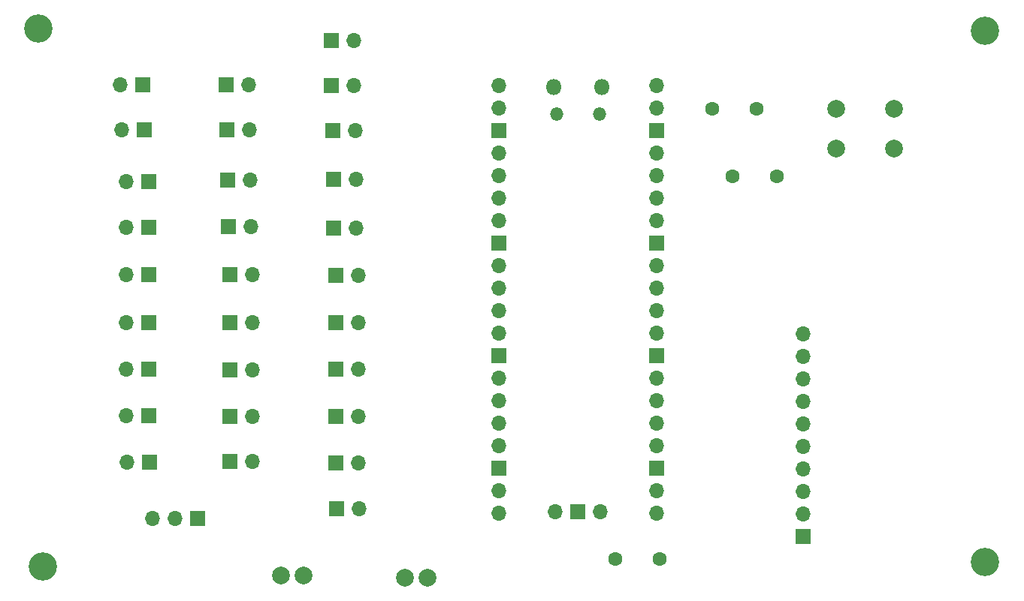
<source format=gbr>
%TF.GenerationSoftware,KiCad,Pcbnew,(6.0.7)*%
%TF.CreationDate,2022-09-20T14:40:13-04:00*%
%TF.ProjectId,RPi Pico Core,52506920-5069-4636-9f20-436f72652e6b,rev?*%
%TF.SameCoordinates,Original*%
%TF.FileFunction,Soldermask,Bot*%
%TF.FilePolarity,Negative*%
%FSLAX46Y46*%
G04 Gerber Fmt 4.6, Leading zero omitted, Abs format (unit mm)*
G04 Created by KiCad (PCBNEW (6.0.7)) date 2022-09-20 14:40:13*
%MOMM*%
%LPD*%
G01*
G04 APERTURE LIST*
%ADD10C,2.000000*%
%ADD11C,3.200000*%
%ADD12O,1.800000X1.800000*%
%ADD13O,1.500000X1.500000*%
%ADD14O,1.700000X1.700000*%
%ADD15R,1.700000X1.700000*%
%ADD16C,1.600000*%
G04 APERTURE END LIST*
D10*
%TO.C,TP2*%
X141593000Y-128210000D03*
X139053000Y-128210000D03*
%TD*%
%TO.C,TP1*%
X125083000Y-127956000D03*
X127623000Y-127956000D03*
%TD*%
D11*
%TO.C,H4*%
X97778000Y-66234000D03*
%TD*%
%TO.C,H3*%
X204458000Y-66488000D03*
%TD*%
%TO.C,H2*%
X204458000Y-126432000D03*
%TD*%
%TO.C,H1*%
X98286000Y-126940000D03*
%TD*%
D12*
%TO.C,U1*%
X155832081Y-72810000D03*
D13*
X156132081Y-75840000D03*
D12*
X161282081Y-72810000D03*
D13*
X160982081Y-75840000D03*
D14*
X149667081Y-72680000D03*
X149667081Y-75220000D03*
D15*
X149667081Y-77760000D03*
D14*
X149667081Y-80300000D03*
X149667081Y-82840000D03*
X149667081Y-85380000D03*
X149667081Y-87920000D03*
D15*
X149667081Y-90460000D03*
D14*
X149667081Y-93000000D03*
X149667081Y-95540000D03*
X149667081Y-98080000D03*
X149667081Y-100620000D03*
D15*
X149667081Y-103160000D03*
D14*
X149667081Y-105700000D03*
X149667081Y-108240000D03*
X149667081Y-110780000D03*
X149667081Y-113320000D03*
D15*
X149667081Y-115860000D03*
D14*
X149667081Y-118400000D03*
X149667081Y-120940000D03*
X167447081Y-120940000D03*
X167447081Y-118400000D03*
D15*
X167447081Y-115860000D03*
D14*
X167447081Y-113320000D03*
X167447081Y-110780000D03*
X167447081Y-108240000D03*
X167447081Y-105700000D03*
D15*
X167447081Y-103160000D03*
D14*
X167447081Y-100620000D03*
X167447081Y-98080000D03*
X167447081Y-95540000D03*
X167447081Y-93000000D03*
D15*
X167447081Y-90460000D03*
D14*
X167447081Y-87920000D03*
X167447081Y-85380000D03*
X167447081Y-82840000D03*
X167447081Y-80300000D03*
D15*
X167447081Y-77760000D03*
D14*
X167447081Y-75220000D03*
X167447081Y-72680000D03*
X156017081Y-120710000D03*
D15*
X158557081Y-120710000D03*
D14*
X161097081Y-120710000D03*
%TD*%
D15*
%TO.C,R23*%
X119192081Y-88580000D03*
D14*
X121732081Y-88580000D03*
%TD*%
D15*
%TO.C,R37*%
X131317081Y-115255000D03*
D14*
X133857081Y-115255000D03*
%TD*%
D15*
%TO.C,R25*%
X119307081Y-99390000D03*
D14*
X121847081Y-99390000D03*
%TD*%
D15*
%TO.C,R17*%
X110232081Y-109880000D03*
D14*
X107692081Y-109880000D03*
%TD*%
D15*
%TO.C,R12*%
X110227081Y-83470000D03*
D14*
X107687081Y-83470000D03*
%TD*%
D15*
%TO.C,R13*%
X110157081Y-88650000D03*
D14*
X107617081Y-88650000D03*
%TD*%
D15*
%TO.C,R18*%
X110267081Y-115130000D03*
D14*
X107727081Y-115130000D03*
%TD*%
D15*
%TO.C,R34*%
X131267081Y-99405000D03*
D14*
X133807081Y-99405000D03*
%TD*%
D15*
%TO.C,R15*%
X110157081Y-99390000D03*
D14*
X107617081Y-99390000D03*
%TD*%
D15*
%TO.C,R38*%
X131347081Y-120415000D03*
D14*
X133887081Y-120415000D03*
%TD*%
D15*
%TO.C,R33*%
X131297081Y-94095000D03*
D14*
X133837081Y-94095000D03*
%TD*%
D10*
%TO.C,SW1*%
X194163081Y-79807000D03*
X187663081Y-79807000D03*
X194163081Y-75307000D03*
X187663081Y-75307000D03*
%TD*%
D16*
%TO.C,C3*%
X178681081Y-75271000D03*
X173681081Y-75271000D03*
%TD*%
D15*
%TO.C,R29*%
X130797081Y-72675000D03*
D14*
X133337081Y-72675000D03*
%TD*%
D15*
%TO.C,R10*%
X109497081Y-72540000D03*
D14*
X106957081Y-72540000D03*
%TD*%
D16*
%TO.C,C2*%
X180967081Y-82891000D03*
X175967081Y-82891000D03*
%TD*%
D15*
%TO.C,R24*%
X119347081Y-93980000D03*
D14*
X121887081Y-93980000D03*
%TD*%
D15*
%TO.C,R28*%
X119347081Y-115080000D03*
D14*
X121887081Y-115080000D03*
%TD*%
D16*
%TO.C,C1*%
X162759081Y-126071000D03*
X167759081Y-126071000D03*
%TD*%
D15*
%TO.C,J2*%
X115714081Y-121499000D03*
D14*
X113174081Y-121499000D03*
X110634081Y-121499000D03*
%TD*%
D15*
%TO.C,J1*%
X183957081Y-123570000D03*
D14*
X183957081Y-121030000D03*
X183957081Y-118490000D03*
X183957081Y-115950000D03*
X183957081Y-113410000D03*
X183957081Y-110870000D03*
X183957081Y-108330000D03*
X183957081Y-105790000D03*
X183957081Y-103250000D03*
X183957081Y-100710000D03*
%TD*%
D15*
%TO.C,R16*%
X110197081Y-104660000D03*
D14*
X107657081Y-104660000D03*
%TD*%
D15*
%TO.C,R11*%
X109727081Y-77640000D03*
D14*
X107187081Y-77640000D03*
%TD*%
D15*
%TO.C,R36*%
X131307081Y-110025000D03*
D14*
X133847081Y-110025000D03*
%TD*%
D15*
%TO.C,R31*%
X131037081Y-83255000D03*
D14*
X133577081Y-83255000D03*
%TD*%
D15*
%TO.C,R27*%
X119297081Y-109990000D03*
D14*
X121837081Y-109990000D03*
%TD*%
D15*
%TO.C,R32*%
X130987081Y-88785000D03*
D14*
X133527081Y-88785000D03*
%TD*%
D15*
%TO.C,R30*%
X130917081Y-77765000D03*
D14*
X133457081Y-77765000D03*
%TD*%
D15*
%TO.C,R19*%
X130727081Y-67545000D03*
D14*
X133267081Y-67545000D03*
%TD*%
D15*
%TO.C,R14*%
X110157081Y-93980000D03*
D14*
X107617081Y-93980000D03*
%TD*%
D15*
%TO.C,R22*%
X119067081Y-83320000D03*
D14*
X121607081Y-83320000D03*
%TD*%
D15*
%TO.C,R20*%
X118887081Y-72550000D03*
D14*
X121427081Y-72550000D03*
%TD*%
D15*
%TO.C,R35*%
X131307081Y-104695000D03*
D14*
X133847081Y-104695000D03*
%TD*%
D15*
%TO.C,R26*%
X119297081Y-104720000D03*
D14*
X121837081Y-104720000D03*
%TD*%
D15*
%TO.C,R21*%
X119007081Y-77680000D03*
D14*
X121547081Y-77680000D03*
%TD*%
M02*

</source>
